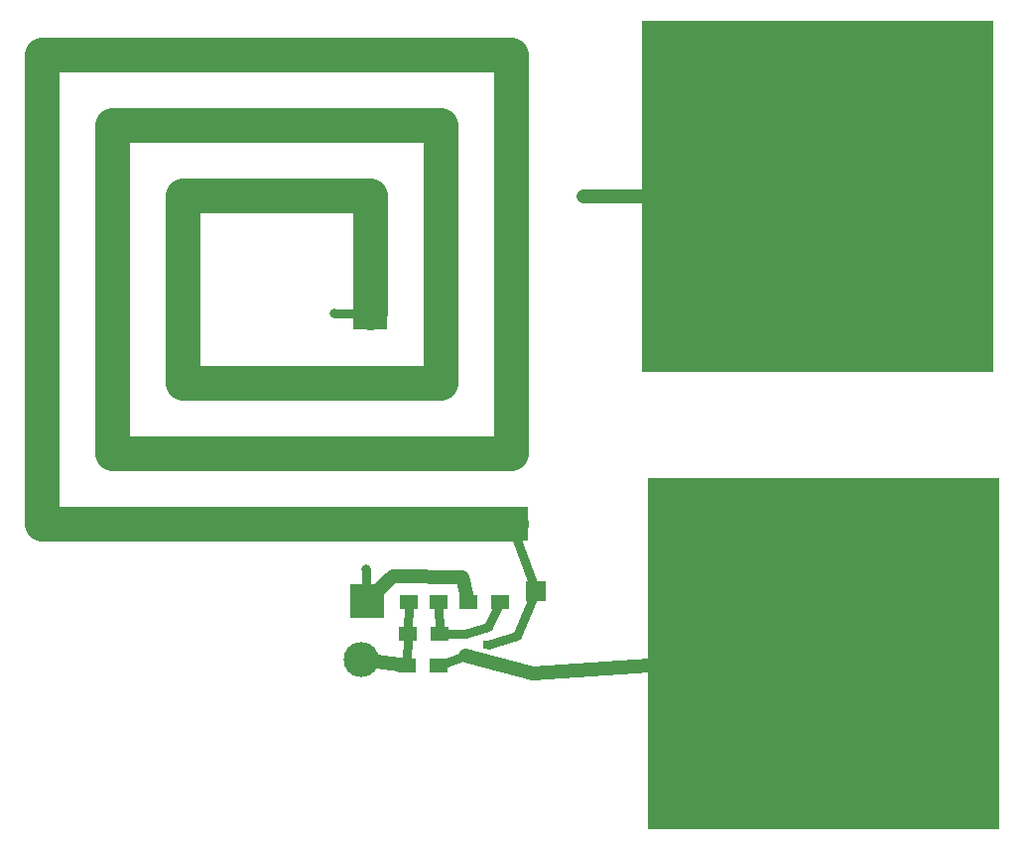
<source format=gbr>
G04 #@! TF.GenerationSoftware,KiCad,Pcbnew,5.0.2+dfsg1-1*
G04 #@! TF.CreationDate,2020-11-25T13:59:34+01:00*
G04 #@! TF.ProjectId,bug_radio,6275675f-7261-4646-996f-2e6b69636164,rev?*
G04 #@! TF.SameCoordinates,Original*
G04 #@! TF.FileFunction,Copper,L1,Top*
G04 #@! TF.FilePolarity,Positive*
%FSLAX46Y46*%
G04 Gerber Fmt 4.6, Leading zero omitted, Abs format (unit mm)*
G04 Created by KiCad (PCBNEW 5.0.2+dfsg1-1) date Wed 25 Nov 2020 13:59:34 CET*
%MOMM*%
%LPD*%
G01*
G04 APERTURE LIST*
G04 #@! TA.AperFunction,EtchedComponent*
%ADD10C,3.000000*%
G04 #@! TD*
G04 #@! TA.AperFunction,SMDPad,CuDef*
%ADD11R,30.000000X30.000000*%
G04 #@! TD*
G04 #@! TA.AperFunction,Conductor*
%ADD12R,3.000000X3.000000*%
G04 #@! TD*
G04 #@! TA.AperFunction,SMDPad,CuDef*
%ADD13R,2.510000X1.000000*%
G04 #@! TD*
G04 #@! TA.AperFunction,SMDPad,CuDef*
%ADD14R,1.500000X1.250000*%
G04 #@! TD*
G04 #@! TA.AperFunction,SMDPad,CuDef*
%ADD15R,3.000000X3.000000*%
G04 #@! TD*
G04 #@! TA.AperFunction,SMDPad,CuDef*
%ADD16O,3.000000X3.000000*%
G04 #@! TD*
G04 #@! TA.AperFunction,SMDPad,CuDef*
%ADD17R,0.900000X0.800000*%
G04 #@! TD*
G04 #@! TA.AperFunction,SMDPad,CuDef*
%ADD18R,1.500000X1.300000*%
G04 #@! TD*
G04 #@! TA.AperFunction,ComponentPad*
%ADD19R,1.700000X1.700000*%
G04 #@! TD*
G04 #@! TA.AperFunction,ViaPad*
%ADD20C,0.800000*%
G04 #@! TD*
G04 #@! TA.AperFunction,Conductor*
%ADD21C,0.800000*%
G04 #@! TD*
G04 #@! TA.AperFunction,Conductor*
%ADD22C,1.200000*%
G04 #@! TD*
G04 APERTURE END LIST*
D10*
G04 #@! TO.C,REF\002A\002A*
X114450000Y-63350000D02*
X114450000Y-73350000D01*
X98450000Y-63350000D02*
X114450000Y-63350000D01*
X98450000Y-79350000D02*
X98450000Y-63350000D01*
X120450000Y-79350000D02*
X98450000Y-79350000D01*
X120450000Y-57350000D02*
X120450000Y-79350000D01*
X92450000Y-57350000D02*
X120450000Y-57350000D01*
X92450000Y-85350000D02*
X92450000Y-57350000D01*
X126450000Y-85350000D02*
X92450000Y-85350000D01*
X126450000Y-51350000D02*
X126450000Y-85350000D01*
X86450000Y-51350000D02*
X126450000Y-51350000D01*
X86450000Y-91350000D02*
X86450000Y-51350000D01*
X126450000Y-91350000D02*
X86450000Y-91350000D01*
G04 #@! TD*
D11*
G04 #@! TO.P,TP2,1*
G04 #@! TO.N,Net-(Q1-Pad2)*
X152600000Y-63400000D03*
G04 #@! TD*
D12*
G04 #@! TO.N,+9V*
G04 #@! TO.C,REF\002A\002A*
X114450000Y-73350000D03*
G04 #@! TO.N,Net-(L1-Pad2)*
X126450000Y-91350000D03*
G04 #@! TD*
D13*
G04 #@! TO.P,L1,1*
G04 #@! TO.N,+9V*
X114450000Y-73150000D03*
G04 #@! TO.P,L1,2*
G04 #@! TO.N,Net-(L1-Pad2)*
X126650000Y-91200000D03*
G04 #@! TD*
D14*
G04 #@! TO.P,C1,1*
G04 #@! TO.N,Net-(C1-Pad1)*
X120250000Y-98050000D03*
G04 #@! TO.P,C1,2*
G04 #@! TO.N,GND*
X117750000Y-98050000D03*
G04 #@! TD*
D15*
G04 #@! TO.P,J1,1*
G04 #@! TO.N,+9V*
X114200000Y-97950000D03*
D16*
G04 #@! TO.P,J1,2*
G04 #@! TO.N,GND*
X113700000Y-103000000D03*
G04 #@! TD*
D17*
G04 #@! TO.P,Q1,1*
G04 #@! TO.N,Net-(C1-Pad1)*
X122550000Y-100750000D03*
G04 #@! TO.P,Q1,2*
G04 #@! TO.N,Net-(Q1-Pad2)*
X122550000Y-102650000D03*
G04 #@! TO.P,Q1,3*
G04 #@! TO.N,Net-(L1-Pad2)*
X124550000Y-101700000D03*
G04 #@! TD*
D18*
G04 #@! TO.P,R1,1*
G04 #@! TO.N,+9V*
X122800000Y-98050000D03*
G04 #@! TO.P,R1,2*
G04 #@! TO.N,Net-(C1-Pad1)*
X125500000Y-98050000D03*
G04 #@! TD*
G04 #@! TO.P,R2,1*
G04 #@! TO.N,Net-(C1-Pad1)*
X120350000Y-100750000D03*
G04 #@! TO.P,R2,2*
G04 #@! TO.N,GND*
X117650000Y-100750000D03*
G04 #@! TD*
G04 #@! TO.P,R3,2*
G04 #@! TO.N,GND*
X117600000Y-103500000D03*
G04 #@! TO.P,R3,1*
G04 #@! TO.N,Net-(Q1-Pad2)*
X120300000Y-103500000D03*
G04 #@! TD*
D19*
G04 #@! TO.P,TP1,1*
G04 #@! TO.N,Net-(L1-Pad2)*
X128600000Y-97100000D03*
G04 #@! TD*
D11*
G04 #@! TO.P,TP2,1*
G04 #@! TO.N,Net-(Q1-Pad2)*
X153150000Y-102500000D03*
G04 #@! TD*
D20*
G04 #@! TO.N,+9V*
X114100000Y-95250000D03*
X111400000Y-73450000D03*
G04 #@! TD*
D21*
G04 #@! TO.N,Net-(C1-Pad1)*
X120250000Y-98050000D02*
X120350000Y-100750000D01*
X120350000Y-100750000D02*
X122550000Y-100750000D01*
X122550000Y-100750000D02*
X124500000Y-100200000D01*
X124500000Y-100200000D02*
X125500000Y-98050000D01*
G04 #@! TO.N,GND*
X117600000Y-103500000D02*
X117650000Y-100750000D01*
X117650000Y-100750000D02*
X117750000Y-98050000D01*
D22*
X113700000Y-103000000D02*
X117600000Y-103500000D01*
G04 #@! TO.N,+9V*
X114200000Y-97950000D02*
X116400000Y-95900000D01*
X116400000Y-95900000D02*
X122350000Y-95950000D01*
X122350000Y-95950000D02*
X122800000Y-98050000D01*
D21*
X114450000Y-73350000D02*
X111400000Y-73450000D01*
X114100000Y-95250000D02*
X114200000Y-97950000D01*
G04 #@! TO.N,Net-(L1-Pad2)*
X124550000Y-101700000D02*
X126950000Y-100950000D01*
X126950000Y-100950000D02*
X128600000Y-97100000D01*
X126450000Y-91350000D02*
X128600000Y-97100000D01*
G04 #@! TO.N,Net-(Q1-Pad2)*
X120300000Y-103500000D02*
X122550000Y-102650000D01*
D22*
X122550000Y-102650000D02*
X128300000Y-104150000D01*
X128300000Y-104150000D02*
X153150000Y-102500000D01*
X152600000Y-63400000D02*
X132650000Y-63450000D01*
X132650000Y-63450000D02*
X132850000Y-63400000D01*
G04 #@! TD*
M02*

</source>
